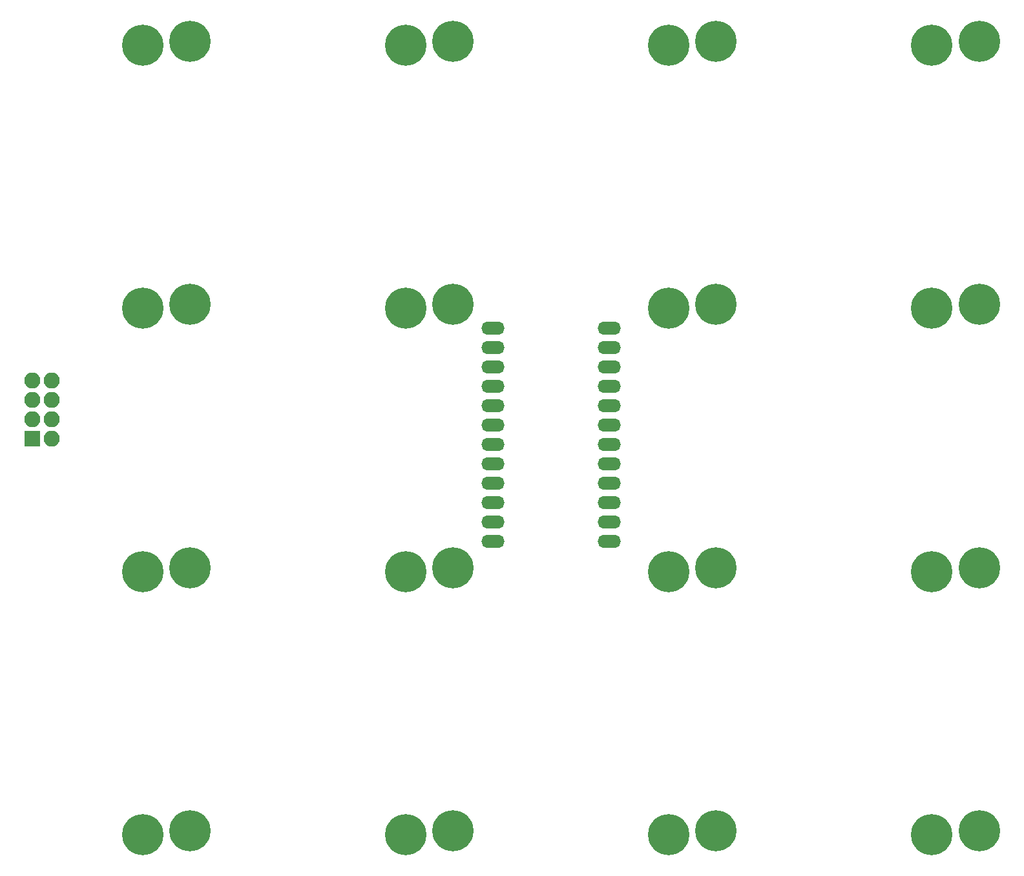
<source format=gbr>
G04 #@! TF.FileFunction,Soldermask,Top*
%FSLAX46Y46*%
G04 Gerber Fmt 4.6, Leading zero omitted, Abs format (unit mm)*
G04 Created by KiCad (PCBNEW 4.0.6) date Sunday, June 10, 2018 'PMt' 08:16:35 PM*
%MOMM*%
%LPD*%
G01*
G04 APERTURE LIST*
%ADD10C,0.100000*%
%ADD11C,5.400000*%
%ADD12O,3.041600X1.720800*%
%ADD13R,2.100000X2.100000*%
%ADD14O,2.100000X2.100000*%
G04 APERTURE END LIST*
D10*
D11*
X135912000Y-72956000D03*
X142112000Y-72456000D03*
X170390000Y-38478000D03*
X176590000Y-37978000D03*
D12*
X162620000Y-75530000D03*
X162620000Y-78070000D03*
X162620000Y-80610000D03*
X162620000Y-83150000D03*
X162620000Y-85690000D03*
X162620000Y-88230000D03*
X162620000Y-90770000D03*
X162620000Y-93310000D03*
X162620000Y-95850000D03*
X162620000Y-98390000D03*
X162620000Y-100930000D03*
X162620000Y-103470000D03*
X147380000Y-103470000D03*
X147380000Y-100930000D03*
X147380000Y-98390000D03*
X147380000Y-95850000D03*
X147380000Y-93310000D03*
X147380000Y-90770000D03*
X147380000Y-88230000D03*
X147380000Y-85690000D03*
X147380000Y-83150000D03*
X147380000Y-80610000D03*
X147380000Y-78070000D03*
X147380000Y-75530000D03*
D11*
X101434000Y-38478000D03*
X107634000Y-37978000D03*
X101434000Y-72956000D03*
X107634000Y-72456000D03*
X101434000Y-107434000D03*
X107634000Y-106934000D03*
X101434000Y-141912000D03*
X107634000Y-141412000D03*
X135912000Y-38478000D03*
X142112000Y-37978000D03*
X135912000Y-107434000D03*
X142112000Y-106934000D03*
X135912000Y-141912000D03*
X142112000Y-141412000D03*
X170390000Y-72956000D03*
X176590000Y-72456000D03*
X170390000Y-107434000D03*
X176590000Y-106934000D03*
X170390000Y-141912000D03*
X176590000Y-141412000D03*
X204868000Y-38478000D03*
X211068000Y-37978000D03*
X204868000Y-72956000D03*
X211068000Y-72456000D03*
X204868000Y-107434000D03*
X211068000Y-106934000D03*
X204868000Y-141912000D03*
X211068000Y-141412000D03*
D13*
X87000000Y-90000000D03*
D14*
X89540000Y-90000000D03*
X87000000Y-87460000D03*
X89540000Y-87460000D03*
X87000000Y-84920000D03*
X89540000Y-84920000D03*
X87000000Y-82380000D03*
X89540000Y-82380000D03*
M02*

</source>
